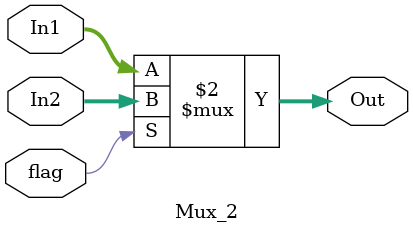
<source format=v>
`timescale 1ns / 1ps


module Mux_2(
        input [4:0] In1,
        input [4:0] In2,
        input flag,
        
        output [4:0] Out
    );
    
    assign Out = flag == 1 ? In2 : In1;
endmodule

</source>
